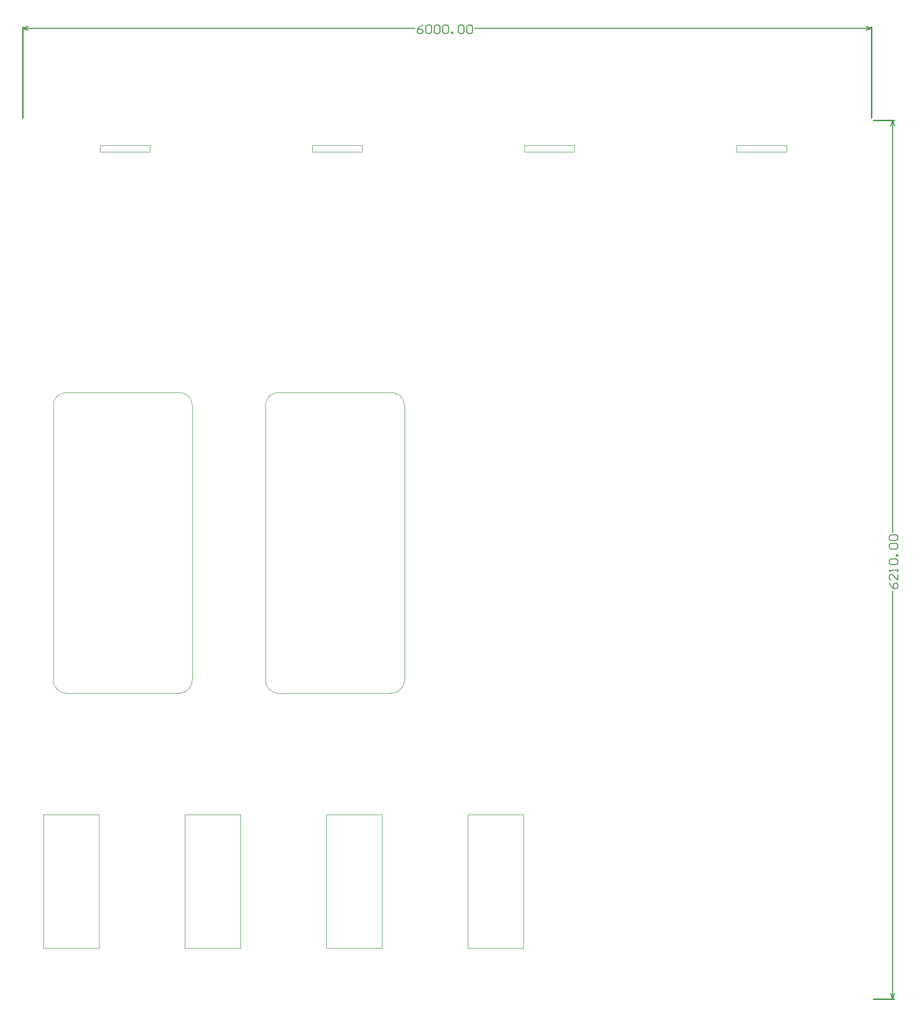
<source format=gm1>
G04*
G04 #@! TF.GenerationSoftware,Altium Limited,Altium Designer,21.9.1 (22)*
G04*
G04 Layer_Color=16711935*
%FSLAX25Y25*%
%MOIN*%
G70*
G04*
G04 #@! TF.SameCoordinates,E458D0F7-5290-4F59-A4BE-1509BFD772E4*
G04*
G04*
G04 #@! TF.FilePolarity,Positive*
G04*
G01*
G75*
%ADD20C,0.01000*%
%ADD21C,0.00600*%
%ADD30C,0.00500*%
%ADD84C,0.00394*%
%ADD119C,0.00100*%
%ADD120C,0.00400*%
D20*
X701500Y721000D02*
X716000D01*
X701500Y100000D02*
X716000D01*
X100000Y722500D02*
Y787000D01*
X700000Y722500D02*
Y787000D01*
D21*
X712601Y393905D02*
X713601Y391905D01*
X715600Y389906D01*
X717599D01*
X718599Y390906D01*
Y392905D01*
X717599Y393905D01*
X716600D01*
X715600Y392905D01*
Y389906D01*
X718599Y399903D02*
Y395904D01*
X714600Y399903D01*
X713601D01*
X712601Y398903D01*
Y396904D01*
X713601Y395904D01*
X718599Y401902D02*
Y403902D01*
Y402902D01*
X712601D01*
X713601Y401902D01*
Y406901D02*
X712601Y407900D01*
Y409900D01*
X713601Y410899D01*
X717599D01*
X718599Y409900D01*
Y407900D01*
X717599Y406901D01*
X713601D01*
X718599Y412899D02*
X717599D01*
Y413898D01*
X718599D01*
Y412899D01*
X713601Y417897D02*
X712601Y418897D01*
Y420896D01*
X713601Y421896D01*
X717599D01*
X718599Y420896D01*
Y418897D01*
X717599Y417897D01*
X713601D01*
Y423895D02*
X712601Y424895D01*
Y426894D01*
X713601Y427894D01*
X717599D01*
X718599Y426894D01*
Y424895D01*
X717599Y423895D01*
X713601D01*
X382905Y788399D02*
X380906Y787399D01*
X378906Y785400D01*
Y783401D01*
X379906Y782401D01*
X381905D01*
X382905Y783401D01*
Y784400D01*
X381905Y785400D01*
X378906D01*
X384904Y787399D02*
X385904Y788399D01*
X387903D01*
X388903Y787399D01*
Y783401D01*
X387903Y782401D01*
X385904D01*
X384904Y783401D01*
Y787399D01*
X390902D02*
X391902Y788399D01*
X393901D01*
X394901Y787399D01*
Y783401D01*
X393901Y782401D01*
X391902D01*
X390902Y783401D01*
Y787399D01*
X396901D02*
X397900Y788399D01*
X399900D01*
X400899Y787399D01*
Y783401D01*
X399900Y782401D01*
X397900D01*
X396901Y783401D01*
Y787399D01*
X402899Y782401D02*
Y783401D01*
X403898D01*
Y782401D01*
X402899D01*
X407897Y787399D02*
X408897Y788399D01*
X410896D01*
X411896Y787399D01*
Y783401D01*
X410896Y782401D01*
X408897D01*
X407897Y783401D01*
Y787399D01*
X413895D02*
X414895Y788399D01*
X416894D01*
X417894Y787399D01*
Y783401D01*
X416894Y782401D01*
X414895D01*
X413895Y783401D01*
Y787399D01*
D30*
X715000Y721000D02*
X716333Y717000D01*
X713667D02*
X715000Y721000D01*
X713667Y104000D02*
X715000Y100000D01*
X716333Y104000D01*
X715000Y429494D02*
Y721000D01*
Y100000D02*
Y388306D01*
X100000Y786000D02*
X104000Y787333D01*
X100000Y786000D02*
X104000Y784667D01*
X696000D02*
X700000Y786000D01*
X696000Y787333D02*
X700000Y786000D01*
X100000D02*
X377306D01*
X419494D02*
X700000D01*
D84*
X190150Y698465D02*
Y703189D01*
X154717Y698465D02*
Y703189D01*
X190150D01*
X154717Y698465D02*
X190150D01*
X340150D02*
Y703189D01*
X304716Y698465D02*
Y703189D01*
X340150D01*
X304716Y698465D02*
X340150D01*
X490150D02*
Y703189D01*
X454716Y698465D02*
Y703189D01*
X490150D01*
X454716Y698465D02*
X490150D01*
X640150D02*
Y703189D01*
X604716Y698465D02*
Y703189D01*
X640150D01*
X604716Y698465D02*
X640150D01*
D119*
X281015Y528615D02*
G03*
X271567Y518764I0J-9457D01*
G01*
X370000Y519158D02*
G03*
X360149Y528607I-9457J0D01*
G01*
X360543Y316000D02*
G03*
X369992Y325851I0J9457D01*
G01*
X271558Y325457D02*
G03*
X281409Y316008I9457J0D01*
G01*
X360535D02*
X281409D01*
X370000Y325859D02*
Y519158D01*
X360141Y528615D02*
X281015D01*
X271558Y325457D02*
Y518756D01*
X131015Y528615D02*
G03*
X121567Y518764I0J-9457D01*
G01*
X220000Y519158D02*
G03*
X210149Y528607I-9457J0D01*
G01*
X210543Y316000D02*
G03*
X219992Y325851I0J9457D01*
G01*
X121558Y325457D02*
G03*
X131409Y316008I9457J0D01*
G01*
X210535D02*
X131409D01*
X220000Y325859D02*
Y519158D01*
X210141Y528615D02*
X131015D01*
X121558Y325457D02*
Y518756D01*
D120*
X454000Y136000D02*
Y230200D01*
X414630Y136000D02*
Y230200D01*
X454000D02*
X414630D01*
X454000Y136000D02*
X414630D01*
X354000D02*
Y230200D01*
X314630Y136000D02*
Y230200D01*
X354000D02*
X314630D01*
X354000Y136000D02*
X314630D01*
X254000D02*
Y230200D01*
X214630Y136000D02*
Y230200D01*
X254000D02*
X214630D01*
X254000Y136000D02*
X214630D01*
X154000D02*
Y230200D01*
X114630Y136000D02*
Y230200D01*
X154000D02*
X114630D01*
X154000Y136000D02*
X114630D01*
M02*

</source>
